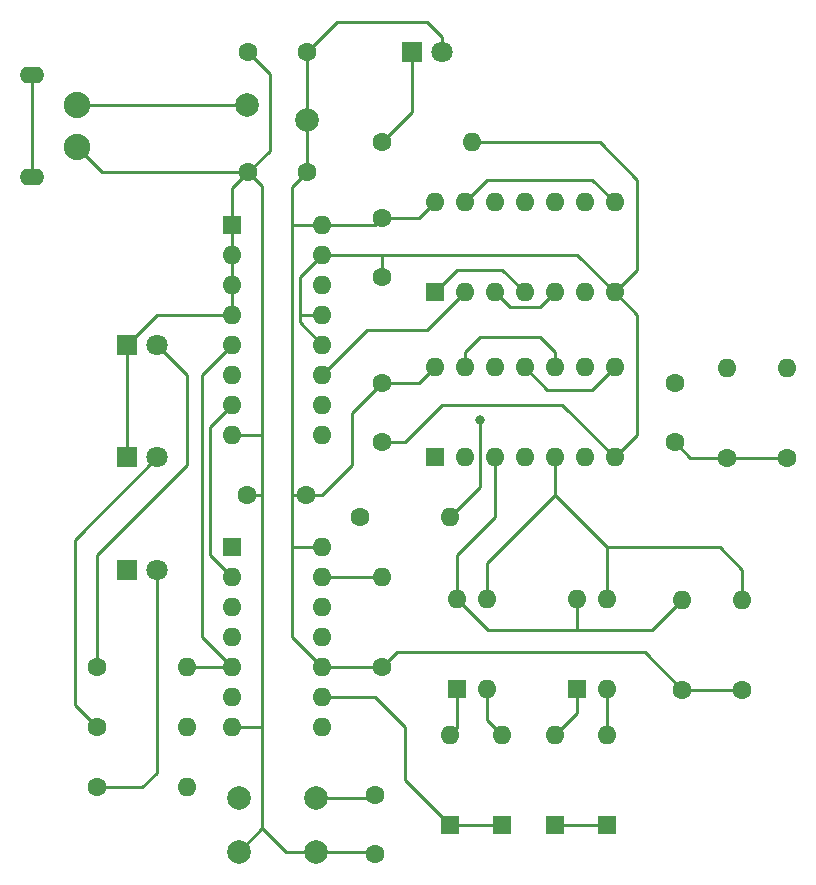
<source format=gtl>
G04 #@! TF.GenerationSoftware,KiCad,Pcbnew,7.0.8*
G04 #@! TF.CreationDate,2023-11-13T14:41:24+09:00*
G04 #@! TF.ProjectId,1bit-cpu,31626974-2d63-4707-952e-6b696361645f,rev?*
G04 #@! TF.SameCoordinates,Original*
G04 #@! TF.FileFunction,Copper,L1,Top*
G04 #@! TF.FilePolarity,Positive*
%FSLAX46Y46*%
G04 Gerber Fmt 4.6, Leading zero omitted, Abs format (unit mm)*
G04 Created by KiCad (PCBNEW 7.0.8) date 2023-11-13 14:41:24*
%MOMM*%
%LPD*%
G01*
G04 APERTURE LIST*
G04 #@! TA.AperFunction,ComponentPad*
%ADD10C,2.240000*%
G04 #@! TD*
G04 #@! TA.AperFunction,ComponentPad*
%ADD11O,2.100000X1.400000*%
G04 #@! TD*
G04 #@! TA.AperFunction,ComponentPad*
%ADD12R,1.600000X1.600000*%
G04 #@! TD*
G04 #@! TA.AperFunction,ComponentPad*
%ADD13O,1.600000X1.600000*%
G04 #@! TD*
G04 #@! TA.AperFunction,ComponentPad*
%ADD14R,1.800000X1.800000*%
G04 #@! TD*
G04 #@! TA.AperFunction,ComponentPad*
%ADD15C,1.800000*%
G04 #@! TD*
G04 #@! TA.AperFunction,ComponentPad*
%ADD16C,1.600000*%
G04 #@! TD*
G04 #@! TA.AperFunction,ComponentPad*
%ADD17C,2.000000*%
G04 #@! TD*
G04 #@! TA.AperFunction,ComponentPad*
%ADD18C,2.010000*%
G04 #@! TD*
G04 #@! TA.AperFunction,ViaPad*
%ADD19C,0.800000*%
G04 #@! TD*
G04 #@! TA.AperFunction,Conductor*
%ADD20C,0.250000*%
G04 #@! TD*
G04 APERTURE END LIST*
D10*
G04 #@! TO.P,J1,A9,VBUS*
G04 #@! TO.N,Net-(F1-Pad1)*
X20500000Y-59055000D03*
G04 #@! TO.P,J1,A12,GND*
G04 #@! TO.N,GND*
X20500000Y-62611000D03*
D11*
G04 #@! TO.P,J1,S1,SHIELD*
G04 #@! TO.N,unconnected-(J1-SHIELD-PadS1)*
X16690000Y-56515000D03*
X16690000Y-65151000D03*
G04 #@! TD*
D12*
G04 #@! TO.P,U1,1*
G04 #@! TO.N,Net-(D1-K)*
X50800000Y-88900000D03*
D13*
G04 #@! TO.P,U1,2*
G04 #@! TO.N,Net-(D3-K)*
X53340000Y-88900000D03*
G04 #@! TO.P,U1,3*
G04 #@! TO.N,Net-(R9-Pad2)*
X55880000Y-88900000D03*
G04 #@! TO.P,U1,4*
G04 #@! TO.N,Net-(U4-A)*
X58420000Y-88900000D03*
G04 #@! TO.P,U1,5*
G04 #@! TO.N,Net-(R10-Pad2)*
X60960000Y-88900000D03*
G04 #@! TO.P,U1,6*
G04 #@! TO.N,Net-(U4-2C1)*
X63500000Y-88900000D03*
G04 #@! TO.P,U1,7,GND*
G04 #@! TO.N,GND*
X66040000Y-88900000D03*
G04 #@! TO.P,U1,8*
G04 #@! TO.N,Net-(R4-Pad2)*
X66040000Y-81280000D03*
G04 #@! TO.P,U1,9*
G04 #@! TO.N,Net-(R3-Pad2)*
X63500000Y-81280000D03*
G04 #@! TO.P,U1,10*
G04 #@! TO.N,Net-(C2-Pad2)*
X60960000Y-81280000D03*
G04 #@! TO.P,U1,11*
G04 #@! TO.N,Net-(R4-Pad2)*
X58420000Y-81280000D03*
G04 #@! TO.P,U1,12*
G04 #@! TO.N,Net-(R5-Pad2)*
X55880000Y-81280000D03*
G04 #@! TO.P,U1,13*
G04 #@! TO.N,Net-(C2-Pad2)*
X53340000Y-81280000D03*
G04 #@! TO.P,U1,14,VCC*
G04 #@! TO.N,+5V*
X50800000Y-81280000D03*
G04 #@! TD*
D14*
G04 #@! TO.P,LED3,1,K*
G04 #@! TO.N,GND*
X24760000Y-98425000D03*
D15*
G04 #@! TO.P,LED3,2,A*
G04 #@! TO.N,Net-(LED3-A)*
X27300000Y-98425000D03*
G04 #@! TD*
D16*
G04 #@! TO.P,R4,1*
G04 #@! TO.N,Net-(C2-Pad1)*
X75570000Y-88910000D03*
D13*
G04 #@! TO.P,R4,2*
G04 #@! TO.N,Net-(R4-Pad2)*
X75570000Y-81290000D03*
G04 #@! TD*
D16*
G04 #@! TO.P,C7,1*
G04 #@! TO.N,GND*
X35005000Y-64770000D03*
G04 #@! TO.P,C7,2*
G04 #@! TO.N,+5V*
X40005000Y-64770000D03*
G04 #@! TD*
D12*
G04 #@! TO.P,D3,1,K*
G04 #@! TO.N,Net-(D3-K)*
X60960000Y-120015000D03*
D13*
G04 #@! TO.P,D3,2,A*
G04 #@! TO.N,Net-(D3-A)*
X60960000Y-112395000D03*
G04 #@! TD*
D14*
G04 #@! TO.P,LED4,1,K*
G04 #@! TO.N,Net-(LED4-K)*
X48890000Y-54610000D03*
D15*
G04 #@! TO.P,LED4,2,A*
G04 #@! TO.N,+5V*
X51430000Y-54610000D03*
G04 #@! TD*
D16*
G04 #@! TO.P,C5,1*
G04 #@! TO.N,GND*
X34925000Y-92075000D03*
G04 #@! TO.P,C5,2*
G04 #@! TO.N,+5V*
X39925000Y-92075000D03*
G04 #@! TD*
G04 #@! TO.P,R3,1*
G04 #@! TO.N,Net-(C2-Pad1)*
X80650000Y-88910000D03*
D13*
G04 #@! TO.P,R3,2*
G04 #@! TO.N,Net-(R3-Pad2)*
X80650000Y-81290000D03*
G04 #@! TD*
D12*
G04 #@! TO.P,D4,1,K*
G04 #@! TO.N,Net-(D3-K)*
X65405000Y-120015000D03*
D13*
G04 #@! TO.P,D4,2,A*
G04 #@! TO.N,Net-(D4-A)*
X65405000Y-112395000D03*
G04 #@! TD*
D14*
G04 #@! TO.P,LED1,1,K*
G04 #@! TO.N,GND*
X24765000Y-79375000D03*
D15*
G04 #@! TO.P,LED1,2,A*
G04 #@! TO.N,Net-(LED1-A)*
X27305000Y-79375000D03*
G04 #@! TD*
D16*
G04 #@! TO.P,R9,1*
G04 #@! TO.N,+5V*
X71755000Y-108585000D03*
D13*
G04 #@! TO.P,R9,2*
G04 #@! TO.N,Net-(R9-Pad2)*
X71755000Y-100965000D03*
G04 #@! TD*
D16*
G04 #@! TO.P,R8,1*
G04 #@! TO.N,Net-(LED3-A)*
X22225000Y-116840000D03*
D13*
G04 #@! TO.P,R8,2*
G04 #@! TO.N,Net-(R5-Pad2)*
X29845000Y-116840000D03*
G04 #@! TD*
D12*
G04 #@! TO.P,SW1,1*
G04 #@! TO.N,Net-(D1-A)*
X52700000Y-108542500D03*
D13*
G04 #@! TO.P,SW1,2*
G04 #@! TO.N,Net-(D2-A)*
X55240000Y-108542500D03*
G04 #@! TO.P,SW1,3*
G04 #@! TO.N,Net-(R10-Pad2)*
X55240000Y-100922500D03*
G04 #@! TO.P,SW1,4*
G04 #@! TO.N,Net-(R9-Pad2)*
X52700000Y-100922500D03*
G04 #@! TD*
D12*
G04 #@! TO.P,U4,1,1G*
G04 #@! TO.N,GND*
X33665000Y-69205000D03*
D13*
G04 #@! TO.P,U4,2,B*
X33665000Y-71745000D03*
G04 #@! TO.P,U4,3,1C3*
X33665000Y-74285000D03*
G04 #@! TO.P,U4,4,1C2*
X33665000Y-76825000D03*
G04 #@! TO.P,U4,5,1C1*
G04 #@! TO.N,Net-(U2A-Q)*
X33665000Y-79365000D03*
G04 #@! TO.P,U4,6,1C0*
G04 #@! TO.N,Net-(U4-1C0)*
X33665000Y-81905000D03*
G04 #@! TO.P,U4,7,Y1*
G04 #@! TO.N,Net-(U2A-D)*
X33665000Y-84445000D03*
G04 #@! TO.P,U4,8,GND*
G04 #@! TO.N,GND*
X33665000Y-86985000D03*
G04 #@! TO.P,U4,9,Y2*
G04 #@! TO.N,Net-(U2B-D)*
X41285000Y-86985000D03*
G04 #@! TO.P,U4,10,2C0*
G04 #@! TO.N,Net-(U2B-~{Q})*
X41285000Y-84445000D03*
G04 #@! TO.P,U4,11,2C1*
G04 #@! TO.N,Net-(U4-2C1)*
X41285000Y-81905000D03*
G04 #@! TO.P,U4,12,2C2*
G04 #@! TO.N,GND*
X41285000Y-79365000D03*
G04 #@! TO.P,U4,13,2C3*
X41285000Y-76825000D03*
G04 #@! TO.P,U4,14,A*
G04 #@! TO.N,Net-(U4-A)*
X41285000Y-74285000D03*
G04 #@! TO.P,U4,15,2G*
G04 #@! TO.N,GND*
X41285000Y-71745000D03*
G04 #@! TO.P,U4,16,VCC*
G04 #@! TO.N,+5V*
X41285000Y-69205000D03*
G04 #@! TD*
D12*
G04 #@! TO.P,U2,1,~{R}*
G04 #@! TO.N,Net-(U2A-~{R})*
X33655000Y-96520000D03*
D13*
G04 #@! TO.P,U2,2,D*
G04 #@! TO.N,Net-(U2A-D)*
X33655000Y-99060000D03*
G04 #@! TO.P,U2,3,C*
G04 #@! TO.N,Net-(U2A-C)*
X33655000Y-101600000D03*
G04 #@! TO.P,U2,4,~{S}*
G04 #@! TO.N,+5V*
X33655000Y-104140000D03*
G04 #@! TO.P,U2,5,Q*
G04 #@! TO.N,Net-(U2A-Q)*
X33655000Y-106680000D03*
G04 #@! TO.P,U2,6,~{Q}*
G04 #@! TO.N,unconnected-(U2A-~{Q}-Pad6)*
X33655000Y-109220000D03*
G04 #@! TO.P,U2,7,GND*
G04 #@! TO.N,GND*
X33655000Y-111760000D03*
G04 #@! TO.P,U2,8,~{Q}*
G04 #@! TO.N,Net-(U2B-~{Q})*
X41275000Y-111760000D03*
G04 #@! TO.P,U2,9,Q*
G04 #@! TO.N,Net-(D1-K)*
X41275000Y-109220000D03*
G04 #@! TO.P,U2,10,~{S}*
G04 #@! TO.N,+5V*
X41275000Y-106680000D03*
G04 #@! TO.P,U2,11,C*
G04 #@! TO.N,Net-(U2A-C)*
X41275000Y-104140000D03*
G04 #@! TO.P,U2,12,D*
G04 #@! TO.N,Net-(U2B-D)*
X41275000Y-101600000D03*
G04 #@! TO.P,U2,13,~{R}*
G04 #@! TO.N,Net-(U2A-~{R})*
X41275000Y-99060000D03*
G04 #@! TO.P,U2,14,VCC*
G04 #@! TO.N,+5V*
X41275000Y-96520000D03*
G04 #@! TD*
D12*
G04 #@! TO.P,SW2,1*
G04 #@! TO.N,Net-(D3-A)*
X62860000Y-108542500D03*
D13*
G04 #@! TO.P,SW2,2*
G04 #@! TO.N,Net-(D4-A)*
X65400000Y-108542500D03*
G04 #@! TO.P,SW2,3*
G04 #@! TO.N,Net-(R10-Pad2)*
X65400000Y-100922500D03*
G04 #@! TO.P,SW2,4*
G04 #@! TO.N,Net-(R9-Pad2)*
X62860000Y-100922500D03*
G04 #@! TD*
D12*
G04 #@! TO.P,D2,1,K*
G04 #@! TO.N,Net-(D1-K)*
X56515000Y-120015000D03*
D13*
G04 #@! TO.P,D2,2,A*
G04 #@! TO.N,Net-(D2-A)*
X56515000Y-112395000D03*
G04 #@! TD*
D16*
G04 #@! TO.P,R1,1*
G04 #@! TO.N,+5V*
X46355000Y-106680000D03*
D13*
G04 #@! TO.P,R1,2*
G04 #@! TO.N,Net-(U2A-~{R})*
X46355000Y-99060000D03*
G04 #@! TD*
D14*
G04 #@! TO.P,LED2,1,K*
G04 #@! TO.N,GND*
X24760000Y-88900000D03*
D15*
G04 #@! TO.P,LED2,2,A*
G04 #@! TO.N,Net-(LED2-A)*
X27300000Y-88900000D03*
G04 #@! TD*
D16*
G04 #@! TO.P,C4,1*
G04 #@! TO.N,GND*
X46355000Y-87630000D03*
G04 #@! TO.P,C4,2*
G04 #@! TO.N,+5V*
X46355000Y-82630000D03*
G04 #@! TD*
G04 #@! TO.P,R5,1*
G04 #@! TO.N,Net-(U2A-C)*
X44450000Y-93980000D03*
D13*
G04 #@! TO.P,R5,2*
G04 #@! TO.N,Net-(R5-Pad2)*
X52070000Y-93980000D03*
G04 #@! TD*
D16*
G04 #@! TO.P,R7,1*
G04 #@! TO.N,Net-(LED2-A)*
X22225000Y-111760000D03*
D13*
G04 #@! TO.P,R7,2*
G04 #@! TO.N,Net-(D1-K)*
X29845000Y-111760000D03*
G04 #@! TD*
D17*
G04 #@! TO.P,SW3,1,1*
G04 #@! TO.N,Net-(U2A-~{R})*
X34215000Y-117765000D03*
X40715000Y-117765000D03*
G04 #@! TO.P,SW3,2,2*
G04 #@! TO.N,GND*
X34215000Y-122265000D03*
X40715000Y-122265000D03*
G04 #@! TD*
D12*
G04 #@! TO.P,U3,1*
G04 #@! TO.N,Net-(U2A-Q)*
X50800000Y-74930000D03*
D13*
G04 #@! TO.P,U3,2*
G04 #@! TO.N,Net-(U4-2C1)*
X53340000Y-74930000D03*
G04 #@! TO.P,U3,3*
G04 #@! TO.N,Net-(U3-Pad3)*
X55880000Y-74930000D03*
G04 #@! TO.P,U3,4*
G04 #@! TO.N,Net-(U2A-Q)*
X58420000Y-74930000D03*
G04 #@! TO.P,U3,5*
G04 #@! TO.N,Net-(U3-Pad3)*
X60960000Y-74930000D03*
G04 #@! TO.P,U3,6*
G04 #@! TO.N,Net-(U3-Pad12)*
X63500000Y-74930000D03*
G04 #@! TO.P,U3,7,GND*
G04 #@! TO.N,GND*
X66040000Y-74930000D03*
G04 #@! TO.P,U3,8*
G04 #@! TO.N,Net-(U3-Pad13)*
X66040000Y-67310000D03*
G04 #@! TO.P,U3,9*
G04 #@! TO.N,Net-(U3-Pad3)*
X63500000Y-67310000D03*
G04 #@! TO.P,U3,10*
G04 #@! TO.N,Net-(U4-2C1)*
X60960000Y-67310000D03*
G04 #@! TO.P,U3,11*
G04 #@! TO.N,Net-(U4-1C0)*
X58420000Y-67310000D03*
G04 #@! TO.P,U3,12*
G04 #@! TO.N,Net-(U3-Pad12)*
X55880000Y-67310000D03*
G04 #@! TO.P,U3,13*
G04 #@! TO.N,Net-(U3-Pad13)*
X53340000Y-67310000D03*
G04 #@! TO.P,U3,14,VCC*
G04 #@! TO.N,+5V*
X50800000Y-67310000D03*
G04 #@! TD*
D16*
G04 #@! TO.P,C2,1*
G04 #@! TO.N,Net-(C2-Pad1)*
X71125000Y-87600000D03*
G04 #@! TO.P,C2,2*
G04 #@! TO.N,Net-(C2-Pad2)*
X71125000Y-82600000D03*
G04 #@! TD*
G04 #@! TO.P,C1,1*
G04 #@! TO.N,GND*
X45720000Y-122515000D03*
G04 #@! TO.P,C1,2*
G04 #@! TO.N,Net-(U2A-~{R})*
X45720000Y-117515000D03*
G04 #@! TD*
D18*
G04 #@! TO.P,F1,1*
G04 #@! TO.N,Net-(F1-Pad1)*
X34915000Y-59090000D03*
G04 #@! TO.P,F1,2*
G04 #@! TO.N,+5V*
X40015000Y-60290000D03*
G04 #@! TD*
D16*
G04 #@! TO.P,C3,1*
G04 #@! TO.N,GND*
X34965000Y-54610000D03*
G04 #@! TO.P,C3,2*
G04 #@! TO.N,+5V*
X39965000Y-54610000D03*
G04 #@! TD*
G04 #@! TO.P,C6,1*
G04 #@! TO.N,GND*
X46355000Y-73620000D03*
G04 #@! TO.P,C6,2*
G04 #@! TO.N,+5V*
X46355000Y-68620000D03*
G04 #@! TD*
D12*
G04 #@! TO.P,D1,1,K*
G04 #@! TO.N,Net-(D1-K)*
X52070000Y-120015000D03*
D13*
G04 #@! TO.P,D1,2,A*
G04 #@! TO.N,Net-(D1-A)*
X52070000Y-112395000D03*
G04 #@! TD*
D16*
G04 #@! TO.P,R10,1*
G04 #@! TO.N,+5V*
X76835000Y-108585000D03*
D13*
G04 #@! TO.P,R10,2*
G04 #@! TO.N,Net-(R10-Pad2)*
X76835000Y-100965000D03*
G04 #@! TD*
D16*
G04 #@! TO.P,R2,1*
G04 #@! TO.N,Net-(LED4-K)*
X46350000Y-62230000D03*
D13*
G04 #@! TO.P,R2,2*
G04 #@! TO.N,GND*
X53970000Y-62230000D03*
G04 #@! TD*
D16*
G04 #@! TO.P,R6,1*
G04 #@! TO.N,Net-(LED1-A)*
X22225000Y-106680000D03*
D13*
G04 #@! TO.P,R6,2*
G04 #@! TO.N,Net-(U2A-Q)*
X29845000Y-106680000D03*
G04 #@! TD*
D19*
G04 #@! TO.N,Net-(R5-Pad2)*
X54610000Y-85725000D03*
G04 #@! TD*
D20*
G04 #@! TO.N,unconnected-(J1-SHIELD-PadS1)*
X16690000Y-56515000D02*
X16690000Y-65151000D01*
G04 #@! TO.N,GND*
X22659000Y-64770000D02*
X20500000Y-62611000D01*
X35005000Y-64770000D02*
X22659000Y-64770000D01*
G04 #@! TO.N,Net-(F1-Pad1)*
X34880000Y-59055000D02*
X34915000Y-59090000D01*
X20500000Y-59055000D02*
X34880000Y-59055000D01*
G04 #@! TO.N,Net-(U2A-~{R})*
X40715000Y-117765000D02*
X45470000Y-117765000D01*
X41275000Y-99060000D02*
X46355000Y-99060000D01*
X45470000Y-117765000D02*
X45720000Y-117515000D01*
G04 #@! TO.N,GND*
X39370000Y-77450000D02*
X41285000Y-79365000D01*
X66040000Y-74930000D02*
X67945000Y-76835000D01*
X41285000Y-71745000D02*
X39370000Y-73660000D01*
X24765000Y-79375000D02*
X27315000Y-76825000D01*
X27315000Y-76825000D02*
X33665000Y-76825000D01*
X36830000Y-56475000D02*
X36830000Y-62945000D01*
X36195000Y-86995000D02*
X36195000Y-92075000D01*
X33655000Y-111760000D02*
X36195000Y-111760000D01*
X33665000Y-86985000D02*
X36185000Y-86985000D01*
X40715000Y-122265000D02*
X45470000Y-122265000D01*
X41285000Y-76825000D02*
X39380000Y-76825000D01*
X39370000Y-73660000D02*
X39370000Y-76835000D01*
X67945000Y-86995000D02*
X66040000Y-88900000D01*
X46355000Y-87630000D02*
X48260000Y-87630000D01*
X34965000Y-54610000D02*
X36830000Y-56475000D01*
X39370000Y-76835000D02*
X39370000Y-77450000D01*
X41285000Y-71745000D02*
X46355000Y-71745000D01*
X67945000Y-65405000D02*
X67945000Y-73025000D01*
X36185000Y-86985000D02*
X36195000Y-86995000D01*
X33665000Y-66110000D02*
X35005000Y-64770000D01*
X67945000Y-73025000D02*
X66040000Y-74930000D01*
X62855000Y-71745000D02*
X66040000Y-74930000D01*
X46355000Y-71745000D02*
X62855000Y-71745000D01*
X36195000Y-65960000D02*
X36195000Y-86995000D01*
X36830000Y-62945000D02*
X35005000Y-64770000D01*
X36195000Y-120285000D02*
X34215000Y-122265000D01*
X36195000Y-92075000D02*
X36195000Y-111760000D01*
X46355000Y-73620000D02*
X46355000Y-71745000D01*
X67945000Y-76835000D02*
X67945000Y-86995000D01*
X35005000Y-64770000D02*
X36195000Y-65960000D01*
X33665000Y-69205000D02*
X33665000Y-66110000D01*
X61595000Y-84455000D02*
X66040000Y-88900000D01*
X45470000Y-122265000D02*
X45720000Y-122515000D01*
X39380000Y-76825000D02*
X39370000Y-76835000D01*
X53970000Y-62230000D02*
X64770000Y-62230000D01*
X51435000Y-84455000D02*
X61595000Y-84455000D01*
X40715000Y-122265000D02*
X38175000Y-122265000D01*
X64770000Y-62230000D02*
X67945000Y-65405000D01*
X24765000Y-79375000D02*
X24765000Y-88895000D01*
X34925000Y-92075000D02*
X36195000Y-92075000D01*
X38175000Y-122265000D02*
X36195000Y-120285000D01*
X48260000Y-87630000D02*
X51435000Y-84455000D01*
X36195000Y-111760000D02*
X36195000Y-120285000D01*
X24765000Y-88895000D02*
X24760000Y-88900000D01*
X33665000Y-69205000D02*
X33665000Y-76825000D01*
G04 #@! TO.N,Net-(C2-Pad1)*
X75570000Y-88910000D02*
X72435000Y-88910000D01*
X80650000Y-88910000D02*
X75570000Y-88910000D01*
X72435000Y-88910000D02*
X71125000Y-87600000D01*
G04 #@! TO.N,Net-(C2-Pad2)*
X53340000Y-81280000D02*
X53340000Y-80010000D01*
X53340000Y-80010000D02*
X54610000Y-78740000D01*
X59690000Y-78740000D02*
X60960000Y-80010000D01*
X60960000Y-80010000D02*
X60960000Y-81280000D01*
X54610000Y-78740000D02*
X59690000Y-78740000D01*
G04 #@! TO.N,+5V*
X39925000Y-92075000D02*
X41275000Y-92075000D01*
X43815000Y-85170000D02*
X46355000Y-82630000D01*
X41285000Y-69205000D02*
X45770000Y-69205000D01*
X38735000Y-92075000D02*
X38735000Y-96520000D01*
X41285000Y-69205000D02*
X38745000Y-69205000D01*
X38745000Y-69205000D02*
X38735000Y-69215000D01*
X45770000Y-69205000D02*
X46355000Y-68620000D01*
X46355000Y-106680000D02*
X47625000Y-105410000D01*
X38735000Y-66040000D02*
X38735000Y-69215000D01*
X42505000Y-52070000D02*
X50165000Y-52070000D01*
X50165000Y-52070000D02*
X51430000Y-53335000D01*
X41275000Y-106680000D02*
X46355000Y-106680000D01*
X39965000Y-64730000D02*
X40005000Y-64770000D01*
X41275000Y-92075000D02*
X43815000Y-89535000D01*
X71755000Y-108585000D02*
X76835000Y-108585000D01*
X41275000Y-96520000D02*
X38735000Y-96520000D01*
X39925000Y-92075000D02*
X38735000Y-92075000D01*
X49490000Y-68620000D02*
X50800000Y-67310000D01*
X47625000Y-105410000D02*
X68580000Y-105410000D01*
X38735000Y-96520000D02*
X38735000Y-104140000D01*
X39965000Y-54610000D02*
X39965000Y-64730000D01*
X51430000Y-53335000D02*
X51430000Y-54610000D01*
X46355000Y-82630000D02*
X49450000Y-82630000D01*
X38735000Y-104140000D02*
X41275000Y-106680000D01*
X40005000Y-64770000D02*
X38735000Y-66040000D01*
X68580000Y-105410000D02*
X71755000Y-108585000D01*
X49450000Y-82630000D02*
X50800000Y-81280000D01*
X38735000Y-69215000D02*
X38735000Y-92075000D01*
X46355000Y-68620000D02*
X49490000Y-68620000D01*
X43815000Y-89535000D02*
X43815000Y-85170000D01*
X39965000Y-54610000D02*
X42505000Y-52070000D01*
G04 #@! TO.N,Net-(D1-K)*
X41275000Y-109220000D02*
X45720000Y-109220000D01*
X52070000Y-120015000D02*
X56515000Y-120015000D01*
X48260000Y-116205000D02*
X52070000Y-120015000D01*
X45720000Y-109220000D02*
X48260000Y-111760000D01*
X48260000Y-111760000D02*
X48260000Y-116205000D01*
G04 #@! TO.N,Net-(D1-A)*
X52700000Y-111765000D02*
X52070000Y-112395000D01*
X52700000Y-108542500D02*
X52700000Y-111765000D01*
G04 #@! TO.N,Net-(D2-A)*
X55240000Y-108542500D02*
X55240000Y-111120000D01*
X55240000Y-111120000D02*
X56515000Y-112395000D01*
G04 #@! TO.N,Net-(D3-K)*
X60960000Y-120015000D02*
X65405000Y-120015000D01*
G04 #@! TO.N,Net-(D3-A)*
X62860000Y-110495000D02*
X60960000Y-112395000D01*
X62860000Y-108542500D02*
X62860000Y-110495000D01*
G04 #@! TO.N,Net-(D4-A)*
X65400000Y-108542500D02*
X65400000Y-112390000D01*
X65400000Y-112390000D02*
X65405000Y-112395000D01*
G04 #@! TO.N,Net-(LED1-A)*
X29845000Y-89535000D02*
X22225000Y-97155000D01*
X27305000Y-79375000D02*
X29845000Y-81915000D01*
X29845000Y-81915000D02*
X29845000Y-89535000D01*
X22225000Y-97155000D02*
X22225000Y-106680000D01*
G04 #@! TO.N,Net-(LED2-A)*
X27300000Y-88900000D02*
X20320000Y-95880000D01*
X20320000Y-95880000D02*
X20320000Y-109855000D01*
X20320000Y-109855000D02*
X22225000Y-111760000D01*
G04 #@! TO.N,Net-(LED3-A)*
X26035000Y-116840000D02*
X22225000Y-116840000D01*
X27300000Y-98425000D02*
X27300000Y-115575000D01*
X27300000Y-115575000D02*
X26035000Y-116840000D01*
G04 #@! TO.N,Net-(LED4-K)*
X48890000Y-59690000D02*
X46350000Y-62230000D01*
X48890000Y-54610000D02*
X48890000Y-59690000D01*
G04 #@! TO.N,Net-(R4-Pad2)*
X66040000Y-81280000D02*
X64135000Y-83185000D01*
X60325000Y-83185000D02*
X58420000Y-81280000D01*
X64135000Y-83185000D02*
X60325000Y-83185000D01*
G04 #@! TO.N,Net-(R5-Pad2)*
X54610000Y-85725000D02*
X54610000Y-91440000D01*
X52070000Y-93980000D02*
X54610000Y-91440000D01*
G04 #@! TO.N,Net-(U2A-Q)*
X52705000Y-73025000D02*
X56515000Y-73025000D01*
X31115000Y-104140000D02*
X31115000Y-81915000D01*
X29845000Y-106680000D02*
X33655000Y-106680000D01*
X33655000Y-106680000D02*
X31115000Y-104140000D01*
X56515000Y-73025000D02*
X58420000Y-74930000D01*
X31115000Y-81915000D02*
X33665000Y-79365000D01*
X50800000Y-74930000D02*
X52705000Y-73025000D01*
G04 #@! TO.N,Net-(R9-Pad2)*
X62860000Y-100922500D02*
X62860000Y-103500000D01*
X52700000Y-100922500D02*
X52700000Y-97160000D01*
X62860000Y-103500000D02*
X62865000Y-103505000D01*
X52700000Y-97160000D02*
X55880000Y-93980000D01*
X55282500Y-103505000D02*
X52700000Y-100922500D01*
X71755000Y-100965000D02*
X69215000Y-103505000D01*
X69215000Y-103505000D02*
X62865000Y-103505000D01*
X55880000Y-93980000D02*
X55880000Y-88900000D01*
X62865000Y-103505000D02*
X55282500Y-103505000D01*
G04 #@! TO.N,Net-(R10-Pad2)*
X65400000Y-96515000D02*
X65400000Y-96520000D01*
X55240000Y-100922500D02*
X55240000Y-97795000D01*
X60960000Y-92075000D02*
X65400000Y-96515000D01*
X76835000Y-100965000D02*
X76835000Y-98425000D01*
X65400000Y-96520000D02*
X65400000Y-100922500D01*
X74930000Y-96520000D02*
X65400000Y-96520000D01*
X55240000Y-97795000D02*
X60960000Y-92075000D01*
X76835000Y-98425000D02*
X74930000Y-96520000D01*
X60960000Y-88900000D02*
X60960000Y-92075000D01*
G04 #@! TO.N,Net-(U4-2C1)*
X41285000Y-81905000D02*
X45085000Y-78105000D01*
X45085000Y-78105000D02*
X50165000Y-78105000D01*
X50165000Y-78105000D02*
X53340000Y-74930000D01*
G04 #@! TO.N,Net-(U2A-D)*
X33655000Y-99060000D02*
X31750000Y-97155000D01*
X31750000Y-97155000D02*
X31750000Y-86360000D01*
X31750000Y-86360000D02*
X33665000Y-84445000D01*
G04 #@! TO.N,Net-(U3-Pad3)*
X57150000Y-76200000D02*
X59690000Y-76200000D01*
X55880000Y-74930000D02*
X57150000Y-76200000D01*
X59690000Y-76200000D02*
X60960000Y-74930000D01*
G04 #@! TO.N,Net-(U3-Pad13)*
X55245000Y-65405000D02*
X64135000Y-65405000D01*
X53340000Y-67310000D02*
X55245000Y-65405000D01*
X64135000Y-65405000D02*
X66040000Y-67310000D01*
G04 #@! TD*
M02*

</source>
